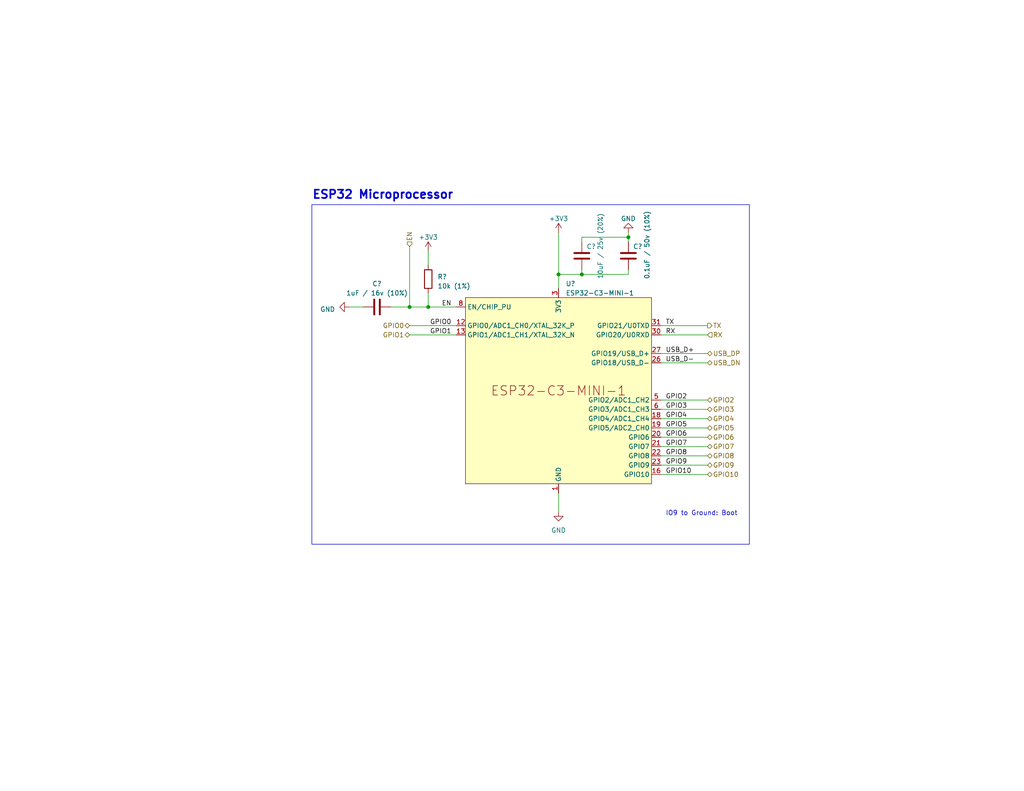
<source format=kicad_sch>
(kicad_sch (version 20230121) (generator eeschema)
  (paper "USLetter")
  (title_block (title "Kwartzlab Environmental Sensor") (date "2023-03-24") (rev "1") (company "Created By: Erin Reed (FireLabs - www.firelabs.ca)"))
  (lib_symbols
    (symbol "Device:C" (pin_numbers hide) (pin_names (offset 0.254))
      (property "Reference" "C" (at 0.635 2.54 0))
      (property "Value" "C" (at 0.635 -2.54 0))
      (symbol "C_0_1"
        (polyline (pts (xy -2.032 -0.762) (xy 2.032 -0.762)) (stroke (width 0.508)))
        (polyline (pts (xy -2.032 0.762) (xy 2.032 0.762)) (stroke (width 0.508)))
      )
      (symbol "C_1_1"
        (pin passive line (at 0 3.81 270) (length 2.794) (name "~") (number "1"))
        (pin passive line (at 0 -3.81 90) (length 2.794) (name "~") (number "2"))
      )
    )
    (symbol "Device:R" (pin_numbers hide) (pin_names (offset 0))
      (property "Reference" "R" (at 2.032 0 90))
      (property "Value" "R" (at 0 0 90))
      (symbol "R_0_1"
        (rectangle (start -1.016 -2.54) (end 1.016 2.54) (stroke (width 0.254)))
      )
      (symbol "R_1_1"
        (pin passive line (at 0 3.81 270) (length 1.27) (name "~") (number "1"))
        (pin passive line (at 0 -3.81 90) (length 1.27) (name "~") (number "2"))
      )
    )
    (symbol "Espressif:ESP32-C3-MINI-1"
      (property "Reference" "U" (at -25.4 30.48 0))
      (property "Value" "ESP32-C3-MINI-1" (at -25.4 27.94 0))
      (symbol "ESP32-C3-MINI-1_0_0"
        (text "ESP32-C3-MINI-1" (at 0 0 0) (effects (font (size 2.54 2.54))))
      )
      (symbol "ESP32-C3-MINI-1_0_1"
        (rectangle (start -25.4 25.4) (end 25.4 -25.4) (fill (type background)))
      )
      (symbol "ESP32-C3-MINI-1_1_1"
        (pin power_in line (at 0 -27.94 90) (length 2.54) (name "GND") (number "1"))
        (pin no_connect line (at -25.4 2.54 0) (length 2.54) hide (name "NC") (number "10"))
        (pin passive line (at 0 -27.94 90) (length 2.54) hide (name "GND") (number "11"))
        (pin bidirectional line (at -27.94 17.78 0) (length 2.54) (name "GPIO0/ADC1_CH0/XTAL_32K_P") (number "12"))
        (pin bidirectional line (at -27.94 15.24 0) (length 2.54) (name "GPIO1/ADC1_CH1/XTAL_32K_N") (number "13"))
        (pin passive line (at 0 -27.94 90) (length 2.54) hide (name "GND") (number "14"))
        (pin no_connect line (at -25.4 0 0) (length 2.54) hide (name "NC") (number "15"))
        (pin bidirectional line (at 27.94 -22.86 180) (length 2.54) (name "GPIO10") (number "16"))
        (pin no_connect line (at -25.4 -2.54 0) (length 2.54) hide (name "NC") (number "17"))
        (pin bidirectional line (at 27.94 -7.62 180) (length 2.54) (name "GPIO4/ADC1_CH4") (number "18"))
        (pin bidirectional line (at 27.94 -10.16 180) (length 2.54) (name "GPIO5/ADC2_CH0") (number "19"))
        (pin passive line (at 0 -27.94 90) (length 2.54) hide (name "GND") (number "2"))
        (pin bidirectional line (at 27.94 -12.7 180) (length 2.54) (name "GPIO6") (number "20"))
        (pin bidirectional line (at 27.94 -15.24 180) (length 2.54) (name "GPIO7") (number "21"))
        (pin bidirectional line (at 27.94 -17.78 180) (length 2.54) (name "GPIO8") (number "22"))
        (pin bidirectional line (at 27.94 -20.32 180) (length 2.54) (name "GPIO9") (number "23"))
        (pin no_connect line (at -25.4 -5.08 0) (length 2.54) hide (name "NC") (number "24"))
        (pin no_connect line (at -25.4 -7.62 0) (length 2.54) hide (name "NC") (number "25"))
        (pin bidirectional line (at 27.94 7.62 180) (length 2.54) (name "GPIO18/USB_D-") (number "26"))
        (pin bidirectional line (at 27.94 10.16 180) (length 2.54) (name "GPIO19/USB_D+") (number "27"))
        (pin no_connect line (at -25.4 -10.16 0) (length 2.54) hide (name "NC") (number "28"))
        (pin no_connect line (at -25.4 -12.7 0) (length 2.54) hide (name "NC") (number "29"))
        (pin power_in line (at 0 27.94 270) (length 2.54) (name "3V3") (number "3"))
        (pin bidirectional line (at 27.94 15.24 180) (length 2.54) (name "GPIO20/U0RXD") (number "30"))
        (pin bidirectional line (at 27.94 17.78 180) (length 2.54) (name "GPIO21/U0TXD") (number "31"))
        (pin no_connect line (at -25.4 -15.24 0) (length 2.54) hide (name "NC") (number "32"))
        (pin no_connect line (at -25.4 -17.78 0) (length 2.54) hide (name "NC") (number "33"))
        (pin no_connect line (at -25.4 -20.32 0) (length 2.54) hide (name "NC") (number "34"))
        (pin no_connect line (at -25.4 -22.86 0) (length 2.54) hide (name "NC") (number "35"))
        (pin passive line (at 0 -27.94 90) (length 2.54) hide (name "GND") (number "36"))
        (pin passive line (at 0 -27.94 90) (length 2.54) hide (name "GND") (number "37"))
        (pin passive line (at 0 -27.94 90) (length 2.54) hide (name "GND") (number "38"))
        (pin passive line (at 0 -27.94 90) (length 2.54) hide (name "GND") (number "39"))
        (pin no_connect line (at -25.4 10.16 0) (length 2.54) hide (name "NC") (number "4"))
        (pin passive line (at 0 -27.94 90) (length 2.54) hide (name "GND") (number "40"))
        (pin passive line (at 0 -27.94 90) (length 2.54) hide (name "GND") (number "41"))
        (pin passive line (at 0 -27.94 90) (length 2.54) hide (name "GND") (number "42"))
        (pin passive line (at 0 -27.94 90) (length 2.54) hide (name "GND") (number "43"))
        (pin passive line (at 0 -27.94 90) (length 2.54) hide (name "GND") (number "44"))
        (pin passive line (at 0 -27.94 90) (length 2.54) hide (name "GND") (number "45"))
        (pin passive line (at 0 -27.94 90) (length 2.54) hide (name "GND") (number "46"))
        (pin passive line (at 0 -27.94 90) (length 2.54) hide (name "GND") (number "47"))
        (pin passive line (at 0 -27.94 90) (length 2.54) hide (name "GND") (number "48"))
        (pin passive line (at 0 -27.94 90) (length 2.54) hide (name "GND") (number "49"))
        (pin bidirectional line (at 27.94 -2.54 180) (length 2.54) (name "GPIO2/ADC1_CH2") (number "5"))
        (pin passive line (at 0 -27.94 90) (length 2.54) hide (name "GND") (number "50"))
        (pin passive line (at 0 -27.94 90) (length 2.54) hide (name "GND") (number "51"))
        (pin passive line (at 0 -27.94 90) (length 2.54) hide (name "GND") (number "52"))
        (pin passive line (at 0 -27.94 90) (length 2.54) hide (name "GND") (number "53"))
        (pin bidirectional line (at 27.94 -5.08 180) (length 2.54) (name "GPIO3/ADC1_CH3") (number "6"))
        (pin no_connect line (at -25.4 7.62 0) (length 2.54) hide (name "NC") (number "7"))
        (pin input line (at -27.94 22.86 0) (length 2.54) (name "EN/CHIP_PU") (number "8"))
        (pin no_connect line (at -25.4 5.08 0) (length 2.54) hide (name "NC") (number "9"))
      )
    )
    (symbol "power:+3V3" (power) (pin_names (offset 0))
      (property "Value" "+3V3" (at 0 3.556 0))
      (symbol "+3V3_0_1"
        (polyline (pts (xy -0.762 1.27) (xy 0 2.54)))
        (polyline (pts (xy 0 0) (xy 0 2.54)))
        (polyline (pts (xy 0 2.54) (xy 0.762 1.27)))
      )
      (symbol "+3V3_1_1"
        (pin power_in line (at 0 0 90) (length 0) hide (name "+3V3") (number "1"))
      )
    )
    (symbol "power:GND" (power) (pin_names (offset 0))
      (property "Value" "GND" (at 0 -3.81 0))
      (symbol "GND_0_1"
        (polyline (pts (xy 0 0) (xy 0 -1.27) (xy 1.27 -1.27) (xy 0 -2.54) (xy -1.27 -1.27) (xy 0 -1.27)))
      )
      (symbol "GND_1_1"
        (pin power_in line (at 0 0 270) (length 0) hide (name "GND") (number "1"))
      )
    )
  )
  (junction (at 111.76 83.82))
  (junction (at 171.45 64.77))
  (junction (at 116.84 83.82))
  (junction (at 152.4 74.93))
  (junction (at 158.75 74.93))
  (wire (pts (xy 180.34 127) (xy 193.04 127)))
  (wire (pts (xy 116.84 68.58) (xy 116.84 72.39)))
  (wire (pts (xy 111.76 83.82) (xy 116.84 83.82)))
  (wire (pts (xy 171.45 73.66) (xy 171.45 74.93)))
  (wire (pts (xy 180.34 116.84) (xy 193.04 116.84)))
  (wire (pts (xy 180.34 88.9) (xy 193.04 88.9)))
  (wire (pts (xy 95.25 83.82) (xy 99.06 83.82)))
  (wire (pts (xy 152.4 74.93) (xy 152.4 78.74)))
  (wire (pts (xy 158.75 64.77) (xy 158.75 66.04)))
  (wire (pts (xy 106.68 83.82) (xy 111.76 83.82)))
  (wire (pts (xy 158.75 64.77) (xy 171.45 64.77)))
  (wire (pts (xy 180.34 129.54) (xy 193.04 129.54)))
  (wire (pts (xy 180.34 121.92) (xy 193.04 121.92)))
  (wire (pts (xy 152.4 63.5) (xy 152.4 74.93)))
  (wire (pts (xy 158.75 74.93) (xy 171.45 74.93)))
  (wire (pts (xy 111.76 67.31) (xy 111.76 83.82)))
  (wire (pts (xy 116.84 80.01) (xy 116.84 83.82)))
  (wire (pts (xy 180.34 111.76) (xy 193.04 111.76)))
  (wire (pts (xy 180.34 124.46) (xy 193.04 124.46)))
  (wire (pts (xy 180.34 109.22) (xy 193.04 109.22)))
  (wire (pts (xy 158.75 73.66) (xy 158.75 74.93)))
  (wire (pts (xy 152.4 74.93) (xy 158.75 74.93)))
  (wire (pts (xy 171.45 63.5) (xy 171.45 64.77)))
  (wire (pts (xy 116.84 83.82) (xy 124.46 83.82)))
  (wire (pts (xy 180.34 114.3) (xy 193.04 114.3)))
  (wire (pts (xy 111.76 88.9) (xy 124.46 88.9)))
  (wire (pts (xy 180.34 91.44) (xy 193.04 91.44)))
  (wire (pts (xy 180.34 96.52) (xy 193.04 96.52)))
  (wire (pts (xy 111.76 91.44) (xy 124.46 91.44)))
  (wire (pts (xy 180.34 119.38) (xy 193.04 119.38)))
  (wire (pts (xy 152.4 134.62) (xy 152.4 139.7)))
  (wire (pts (xy 171.45 64.77) (xy 171.45 66.04)))
  (wire (pts (xy 180.34 99.06) (xy 193.04 99.06)))
  (rectangle (start 85.09 55.88) (end 204.47 148.59))
  (text "IO9 to Ground: Boot " (at 181.61 140.97 0) (effects (font (size 1.27 1.27)) (justify left bottom)))
  (text "ESP32 Microprocessor" (at 85.09 54.61 0) (effects (font (size 2.27 2.27) (thickness 0.454) bold) (justify left bottom)))
  (label "GPIO7" (at 181.61 121.92 0))
  (label "EN" (at 123.19 83.82 180))
  (label "GPIO2" (at 181.61 109.22 0))
  (label "GPIO0" (at 123.19 88.9 180))
  (label "GPIO10" (at 181.61 129.54 0))
  (label "GPIO9" (at 181.61 127 0))
  (label "TX" (at 181.61 88.9 0))
  (label "USB_D-" (at 181.61 99.06 0))
  (label "GPIO4" (at 181.61 114.3 0))
  (label "GPIO8" (at 181.61 124.46 0))
  (label "GPIO5" (at 181.61 116.84 0))
  (label "GPIO1" (at 123.19 91.44 180))
  (label "USB_D+" (at 181.61 96.52 0))
  (label "RX" (at 181.61 91.44 0))
  (label "GPIO6" (at 181.61 119.38 0))
  (label "GPIO3" (at 181.61 111.76 0))
  (hierarchical_label "GPIO0" (shape bidirectional) (at 111.76 88.9 180))
  (hierarchical_label "GPIO8" (shape bidirectional) (at 193.04 124.46 0))
  (hierarchical_label "GPIO10" (shape bidirectional) (at 193.04 129.54 0))
  (hierarchical_label "USB_DP" (shape bidirectional) (at 193.04 96.52 0))
  (hierarchical_label "GPIO7" (shape bidirectional) (at 193.04 121.92 0))
  (hierarchical_label "GPIO6" (shape bidirectional) (at 193.04 119.38 0))
  (hierarchical_label "TX" (shape output) (at 193.04 88.9 0))
  (hierarchical_label "GPIO4" (shape bidirectional) (at 193.04 114.3 0))
  (hierarchical_label "RX" (shape input) (at 193.04 91.44 0))
  (hierarchical_label "EN" (shape input) (at 111.76 67.31 90))
  (hierarchical_label "GPIO1" (shape bidirectional) (at 111.76 91.44 180))
  (hierarchical_label "GPIO5" (shape bidirectional) (at 193.04 116.84 0))
  (hierarchical_label "USB_DN" (shape bidirectional) (at 193.04 99.06 0))
  (hierarchical_label "GPIO9" (shape bidirectional) (at 193.04 127 0))
  (hierarchical_label "GPIO2" (shape bidirectional) (at 193.04 109.22 0))
  (hierarchical_label "GPIO3" (shape bidirectional) (at 193.04 111.76 0))
  (symbol (lib_id "Device:C") (at 158.75 69.85 180) (unit 1)
    (property "Reference" "C?" (at 160.02 67.31 0) (effects (justify right)))
    (property "Value" "10uF / 25v (20%)" (at 163.83 76.2 90) (effects (justify right)))
    (property "Footprint" "Capacitor_SMD:C_0603_1608Metric" (effects hide))
  )
  (symbol (lib_id "power:GND") (at 152.4 139.7 0) (unit 1)
    (property "Reference" "#PWR03" (effects hide))
    (property "Value" "GND" (at 152.4 144.78 0))
  )
  (symbol (lib_id "power:+3V3") (at 116.84 68.58 0) (unit 1)
    (property "Reference" "#PWR05" (effects hide))
    (property "Value" "+3V3" (at 116.84 64.77 0))
  )
  (symbol (lib_id "Espressif:ESP32-C3-MINI-1") (at 152.4 106.68 0) (unit 1)
    (property "Reference" "U?" (at 154.3559 77.47 0) (effects (justify left)))
    (property "Value" "ESP32-C3-MINI-1" (at 154.3559 80.01 0) (effects (justify left)))
    (property "Footprint" "Espressif:ESP32-C3-MINI-1" (effects hide))
    (property "Datasheet" "https://www.espressif.com/sites/default/files/documentation/esp32-c3-mini-1_datasheet_en.pdf" (effects hide))
  )
  (symbol (lib_id "power:GND") (at 171.45 63.5 180) (unit 1)
    (property "Reference" "#PWR04" (effects hide))
    (property "Value" "GND" (at 171.45 59.69 0))
  )
  (symbol (lib_id "power:+3V3") (at 152.4 63.5 0) (unit 1)
    (property "Reference" "#PWR01" (effects hide))
    (property "Value" "+3V3" (at 152.4 59.69 0))
  )
  (symbol (lib_id "Device:C") (at 171.45 69.85 180) (unit 1)
    (property "Reference" "C?" (at 172.72 67.31 0) (effects (justify right)))
    (property "Value" "0.1uF / 50v (10%)" (at 176.53 76.2 90) (effects (justify right)))
    (property "Footprint" "Capacitor_SMD:C_0603_1608Metric" (effects hide))
  )
  (symbol (lib_id "Device:C") (at 102.87 83.82 90) (unit 1)
    (property "Reference" "C?" (at 102.87 77.47 90))
    (property "Value" "1uF / 16v (10%)" (at 102.87 80.01 90))
    (property "Footprint" "Capacitor_SMD:C_0603_1608Metric" (effects hide))
  )
  (symbol (lib_id "Device:R") (at 116.84 76.2 0) (unit 1)
    (property "Reference" "R?" (at 119.38 75.565 0) (effects (justify left)))
    (property "Value" "10k (1%)" (at 119.38 78.105 0) (effects (justify left)))
    (property "Footprint" "PCM_Resistor_SMD_AKL:R_0603_1608Metric" (effects hide))
  )
  (symbol (lib_id "power:GND") (at 95.25 83.82 270) (unit 1)
    (property "Reference" "#PWR02" (effects hide))
    (property "Value" "GND" (at 91.44 84.455 90) (effects (justify right)))
  )
)
</source>
